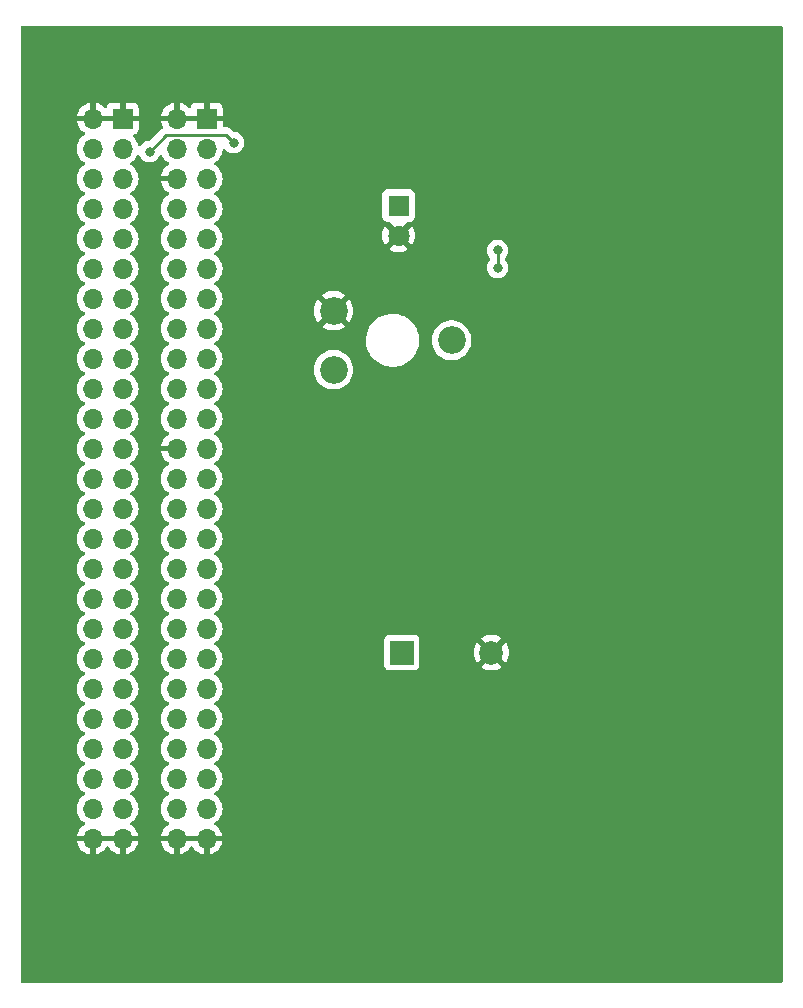
<source format=gbr>
%TF.GenerationSoftware,KiCad,Pcbnew,7.0.1*%
%TF.CreationDate,2023-06-06T22:13:03-06:00*%
%TF.ProjectId,CarSensor,43617253-656e-4736-9f72-2e6b69636164,rev?*%
%TF.SameCoordinates,Original*%
%TF.FileFunction,Copper,L2,Bot*%
%TF.FilePolarity,Positive*%
%FSLAX46Y46*%
G04 Gerber Fmt 4.6, Leading zero omitted, Abs format (unit mm)*
G04 Created by KiCad (PCBNEW 7.0.1) date 2023-06-06 22:13:03*
%MOMM*%
%LPD*%
G01*
G04 APERTURE LIST*
%TA.AperFunction,ComponentPad*%
%ADD10C,2.340000*%
%TD*%
%TA.AperFunction,ComponentPad*%
%ADD11R,1.700000X1.700000*%
%TD*%
%TA.AperFunction,ComponentPad*%
%ADD12O,1.700000X1.700000*%
%TD*%
%TA.AperFunction,ComponentPad*%
%ADD13C,1.800000*%
%TD*%
%TA.AperFunction,ComponentPad*%
%ADD14R,1.800000X1.800000*%
%TD*%
%TA.AperFunction,ComponentPad*%
%ADD15R,2.000000X2.000000*%
%TD*%
%TA.AperFunction,ComponentPad*%
%ADD16C,2.000000*%
%TD*%
%TA.AperFunction,ViaPad*%
%ADD17C,0.800000*%
%TD*%
%TA.AperFunction,Conductor*%
%ADD18C,0.250000*%
%TD*%
G04 APERTURE END LIST*
D10*
%TO.P,RV1,3,3*%
%TO.N,GND*%
X113618000Y-67579000D03*
%TO.P,RV1,2,2*%
%TO.N,Net-(U1-+)*%
X123618000Y-70079000D03*
%TO.P,RV1,1,1*%
%TO.N,VDD*%
X113618000Y-72579000D03*
%TD*%
D11*
%TO.P,P2,1,Pin_1*%
%TO.N,GND*%
X95758000Y-51308000D03*
D12*
%TO.P,P2,2,Pin_2*%
X93218000Y-51308000D03*
%TO.P,P2,3,Pin_3*%
%TO.N,VDD*%
X95758000Y-53848000D03*
%TO.P,P2,4,Pin_4*%
%TO.N,+5V*%
X93218000Y-53848000D03*
%TO.P,P2,5,Pin_5*%
%TO.N,+3V0*%
X95758000Y-56388000D03*
%TO.P,P2,6,Pin_6*%
X93218000Y-56388000D03*
%TO.P,P2,7,Pin_7*%
%TO.N,unconnected-(P2-Pin_7-Pad7)*%
X95758000Y-58928000D03*
%TO.P,P2,8,Pin_8*%
%TO.N,unconnected-(P2-Pin_8-Pad8)*%
X93218000Y-58928000D03*
%TO.P,P2,9,Pin_9*%
%TO.N,unconnected-(P2-Pin_9-Pad9)*%
X95758000Y-61468000D03*
%TO.P,P2,10,Pin_10*%
%TO.N,unconnected-(P2-Pin_10-Pad10)*%
X93218000Y-61468000D03*
%TO.P,P2,11,Pin_11*%
%TO.N,unconnected-(P2-Pin_11-Pad11)*%
X95758000Y-64008000D03*
%TO.P,P2,12,Pin_12*%
%TO.N,unconnected-(P2-Pin_12-Pad12)*%
X93218000Y-64008000D03*
%TO.P,P2,13,Pin_13*%
%TO.N,unconnected-(P2-Pin_13-Pad13)*%
X95758000Y-66548000D03*
%TO.P,P2,14,Pin_14*%
%TO.N,unconnected-(P2-Pin_14-Pad14)*%
X93218000Y-66548000D03*
%TO.P,P2,15,Pin_15*%
%TO.N,unconnected-(P2-Pin_15-Pad15)*%
X95758000Y-69088000D03*
%TO.P,P2,16,Pin_16*%
%TO.N,unconnected-(P2-Pin_16-Pad16)*%
X93218000Y-69088000D03*
%TO.P,P2,17,Pin_17*%
%TO.N,unconnected-(P2-Pin_17-Pad17)*%
X95758000Y-71628000D03*
%TO.P,P2,18,Pin_18*%
%TO.N,unconnected-(P2-Pin_18-Pad18)*%
X93218000Y-71628000D03*
%TO.P,P2,19,Pin_19*%
%TO.N,unconnected-(P2-Pin_19-Pad19)*%
X95758000Y-74168000D03*
%TO.P,P2,20,Pin_20*%
%TO.N,unconnected-(P2-Pin_20-Pad20)*%
X93218000Y-74168000D03*
%TO.P,P2,21,Pin_21*%
%TO.N,unconnected-(P2-Pin_21-Pad21)*%
X95758000Y-76708000D03*
%TO.P,P2,22,Pin_22*%
%TO.N,unconnected-(P2-Pin_22-Pad22)*%
X93218000Y-76708000D03*
%TO.P,P2,23,Pin_23*%
%TO.N,unconnected-(P2-Pin_23-Pad23)*%
X95758000Y-79248000D03*
%TO.P,P2,24,Pin_24*%
%TO.N,unconnected-(P2-Pin_24-Pad24)*%
X93218000Y-79248000D03*
%TO.P,P2,25,Pin_25*%
%TO.N,unconnected-(P2-Pin_25-Pad25)*%
X95758000Y-81788000D03*
%TO.P,P2,26,Pin_26*%
%TO.N,unconnected-(P2-Pin_26-Pad26)*%
X93218000Y-81788000D03*
%TO.P,P2,27,Pin_27*%
%TO.N,unconnected-(P2-Pin_27-Pad27)*%
X95758000Y-84328000D03*
%TO.P,P2,28,Pin_28*%
%TO.N,unconnected-(P2-Pin_28-Pad28)*%
X93218000Y-84328000D03*
%TO.P,P2,29,Pin_29*%
%TO.N,unconnected-(P2-Pin_29-Pad29)*%
X95758000Y-86868000D03*
%TO.P,P2,30,Pin_30*%
%TO.N,unconnected-(P2-Pin_30-Pad30)*%
X93218000Y-86868000D03*
%TO.P,P2,31,Pin_31*%
%TO.N,unconnected-(P2-Pin_31-Pad31)*%
X95758000Y-89408000D03*
%TO.P,P2,32,Pin_32*%
%TO.N,unconnected-(P2-Pin_32-Pad32)*%
X93218000Y-89408000D03*
%TO.P,P2,33,Pin_33*%
%TO.N,unconnected-(P2-Pin_33-Pad33)*%
X95758000Y-91948000D03*
%TO.P,P2,34,Pin_34*%
%TO.N,unconnected-(P2-Pin_34-Pad34)*%
X93218000Y-91948000D03*
%TO.P,P2,35,Pin_35*%
%TO.N,unconnected-(P2-Pin_35-Pad35)*%
X95758000Y-94488000D03*
%TO.P,P2,36,Pin_36*%
%TO.N,unconnected-(P2-Pin_36-Pad36)*%
X93218000Y-94488000D03*
%TO.P,P2,37,Pin_37*%
%TO.N,unconnected-(P2-Pin_37-Pad37)*%
X95758000Y-97028000D03*
%TO.P,P2,38,Pin_38*%
%TO.N,unconnected-(P2-Pin_38-Pad38)*%
X93218000Y-97028000D03*
%TO.P,P2,39,Pin_39*%
%TO.N,unconnected-(P2-Pin_39-Pad39)*%
X95758000Y-99568000D03*
%TO.P,P2,40,Pin_40*%
%TO.N,unconnected-(P2-Pin_40-Pad40)*%
X93218000Y-99568000D03*
%TO.P,P2,41,Pin_41*%
%TO.N,unconnected-(P2-Pin_41-Pad41)*%
X95758000Y-102108000D03*
%TO.P,P2,42,Pin_42*%
%TO.N,unconnected-(P2-Pin_42-Pad42)*%
X93218000Y-102108000D03*
%TO.P,P2,43,Pin_43*%
%TO.N,unconnected-(P2-Pin_43-Pad43)*%
X95758000Y-104648000D03*
%TO.P,P2,44,Pin_44*%
%TO.N,unconnected-(P2-Pin_44-Pad44)*%
X93218000Y-104648000D03*
%TO.P,P2,45,Pin_45*%
%TO.N,unconnected-(P2-Pin_45-Pad45)*%
X95758000Y-107188000D03*
%TO.P,P2,46,Pin_46*%
%TO.N,unconnected-(P2-Pin_46-Pad46)*%
X93218000Y-107188000D03*
%TO.P,P2,47,Pin_47*%
%TO.N,unconnected-(P2-Pin_47-Pad47)*%
X95758000Y-109728000D03*
%TO.P,P2,48,Pin_48*%
%TO.N,unconnected-(P2-Pin_48-Pad48)*%
X93218000Y-109728000D03*
%TO.P,P2,49,Pin_49*%
%TO.N,GND*%
X95758000Y-112268000D03*
%TO.P,P2,50,Pin_50*%
X93218000Y-112268000D03*
%TD*%
D11*
%TO.P,P1,1,Pin_1*%
%TO.N,GND*%
X102870000Y-51308000D03*
D12*
%TO.P,P1,2,Pin_2*%
X100330000Y-51308000D03*
%TO.P,P1,3,Pin_3*%
%TO.N,unconnected-(P1-Pin_3-Pad3)*%
X102870000Y-53848000D03*
%TO.P,P1,4,Pin_4*%
%TO.N,unconnected-(P1-Pin_4-Pad4)*%
X100330000Y-53848000D03*
%TO.P,P1,5,Pin_5*%
%TO.N,unconnected-(P1-Pin_5-Pad5)*%
X102870000Y-56388000D03*
%TO.P,P1,6,Pin_6*%
%TO.N,GND*%
X100330000Y-56388000D03*
%TO.P,P1,7,Pin_7*%
%TO.N,unconnected-(P1-Pin_7-Pad7)*%
X102870000Y-58928000D03*
%TO.P,P1,8,Pin_8*%
%TO.N,unconnected-(P1-Pin_8-Pad8)*%
X100330000Y-58928000D03*
%TO.P,P1,9,Pin_9*%
%TO.N,unconnected-(P1-Pin_9-Pad9)*%
X102870000Y-61468000D03*
%TO.P,P1,10,Pin_10*%
%TO.N,IR_OUTPUT*%
X100330000Y-61468000D03*
%TO.P,P1,11,Pin_11*%
%TO.N,unconnected-(P1-Pin_11-Pad11)*%
X102870000Y-64008000D03*
%TO.P,P1,12,Pin_12*%
%TO.N,unconnected-(P1-Pin_12-Pad12)*%
X100330000Y-64008000D03*
%TO.P,P1,13,Pin_13*%
%TO.N,unconnected-(P1-Pin_13-Pad13)*%
X102870000Y-66548000D03*
%TO.P,P1,14,Pin_14*%
%TO.N,unconnected-(P1-Pin_14-Pad14)*%
X100330000Y-66548000D03*
%TO.P,P1,15,Pin_15*%
%TO.N,unconnected-(P1-Pin_15-Pad15)*%
X102870000Y-69088000D03*
%TO.P,P1,16,Pin_16*%
%TO.N,unconnected-(P1-Pin_16-Pad16)*%
X100330000Y-69088000D03*
%TO.P,P1,17,Pin_17*%
%TO.N,unconnected-(P1-Pin_17-Pad17)*%
X102870000Y-71628000D03*
%TO.P,P1,18,Pin_18*%
%TO.N,unconnected-(P1-Pin_18-Pad18)*%
X100330000Y-71628000D03*
%TO.P,P1,19,Pin_19*%
%TO.N,unconnected-(P1-Pin_19-Pad19)*%
X102870000Y-74168000D03*
%TO.P,P1,20,Pin_20*%
%TO.N,unconnected-(P1-Pin_20-Pad20)*%
X100330000Y-74168000D03*
%TO.P,P1,21,Pin_21*%
%TO.N,unconnected-(P1-Pin_21-Pad21)*%
X102870000Y-76708000D03*
%TO.P,P1,22,Pin_22*%
%TO.N,unconnected-(P1-Pin_22-Pad22)*%
X100330000Y-76708000D03*
%TO.P,P1,23,Pin_23*%
%TO.N,unconnected-(P1-Pin_23-Pad23)*%
X102870000Y-79248000D03*
%TO.P,P1,24,Pin_24*%
%TO.N,GND*%
X100330000Y-79248000D03*
%TO.P,P1,25,Pin_25*%
%TO.N,unconnected-(P1-Pin_25-Pad25)*%
X102870000Y-81788000D03*
%TO.P,P1,26,Pin_26*%
%TO.N,unconnected-(P1-Pin_26-Pad26)*%
X100330000Y-81788000D03*
%TO.P,P1,27,Pin_27*%
%TO.N,unconnected-(P1-Pin_27-Pad27)*%
X102870000Y-84328000D03*
%TO.P,P1,28,Pin_28*%
%TO.N,unconnected-(P1-Pin_28-Pad28)*%
X100330000Y-84328000D03*
%TO.P,P1,29,Pin_29*%
%TO.N,unconnected-(P1-Pin_29-Pad29)*%
X102870000Y-86868000D03*
%TO.P,P1,30,Pin_30*%
%TO.N,unconnected-(P1-Pin_30-Pad30)*%
X100330000Y-86868000D03*
%TO.P,P1,31,Pin_31*%
%TO.N,unconnected-(P1-Pin_31-Pad31)*%
X102870000Y-89408000D03*
%TO.P,P1,32,Pin_32*%
%TO.N,unconnected-(P1-Pin_32-Pad32)*%
X100330000Y-89408000D03*
%TO.P,P1,33,Pin_33*%
%TO.N,unconnected-(P1-Pin_33-Pad33)*%
X102870000Y-91948000D03*
%TO.P,P1,34,Pin_34*%
%TO.N,unconnected-(P1-Pin_34-Pad34)*%
X100330000Y-91948000D03*
%TO.P,P1,35,Pin_35*%
%TO.N,unconnected-(P1-Pin_35-Pad35)*%
X102870000Y-94488000D03*
%TO.P,P1,36,Pin_36*%
%TO.N,unconnected-(P1-Pin_36-Pad36)*%
X100330000Y-94488000D03*
%TO.P,P1,37,Pin_37*%
%TO.N,unconnected-(P1-Pin_37-Pad37)*%
X102870000Y-97028000D03*
%TO.P,P1,38,Pin_38*%
%TO.N,unconnected-(P1-Pin_38-Pad38)*%
X100330000Y-97028000D03*
%TO.P,P1,39,Pin_39*%
%TO.N,unconnected-(P1-Pin_39-Pad39)*%
X102870000Y-99568000D03*
%TO.P,P1,40,Pin_40*%
%TO.N,unconnected-(P1-Pin_40-Pad40)*%
X100330000Y-99568000D03*
%TO.P,P1,41,Pin_41*%
%TO.N,unconnected-(P1-Pin_41-Pad41)*%
X102870000Y-102108000D03*
%TO.P,P1,42,Pin_42*%
%TO.N,unconnected-(P1-Pin_42-Pad42)*%
X100330000Y-102108000D03*
%TO.P,P1,43,Pin_43*%
%TO.N,unconnected-(P1-Pin_43-Pad43)*%
X102870000Y-104648000D03*
%TO.P,P1,44,Pin_44*%
%TO.N,Buzzer*%
X100330000Y-104648000D03*
%TO.P,P1,45,Pin_45*%
%TO.N,unconnected-(P1-Pin_45-Pad45)*%
X102870000Y-107188000D03*
%TO.P,P1,46,Pin_46*%
%TO.N,unconnected-(P1-Pin_46-Pad46)*%
X100330000Y-107188000D03*
%TO.P,P1,47,Pin_47*%
%TO.N,unconnected-(P1-Pin_47-Pad47)*%
X102870000Y-109728000D03*
%TO.P,P1,48,Pin_48*%
%TO.N,unconnected-(P1-Pin_48-Pad48)*%
X100330000Y-109728000D03*
%TO.P,P1,49,Pin_49*%
%TO.N,GND*%
X102870000Y-112268000D03*
%TO.P,P1,50,Pin_50*%
X100330000Y-112268000D03*
%TD*%
D13*
%TO.P,D2,2,A*%
%TO.N,GND*%
X119126000Y-61214000D03*
D14*
%TO.P,D2,1,K*%
%TO.N,Net-(D2-K)*%
X119126000Y-58674000D03*
%TD*%
D15*
%TO.P,BZ1,1,-*%
%TO.N,Buzzer*%
X119390000Y-96520000D03*
D16*
%TO.P,BZ1,2,+*%
%TO.N,GND*%
X126990000Y-96520000D03*
%TD*%
D17*
%TO.N,GND*%
X131064000Y-96520000D03*
X147320000Y-57912000D03*
%TO.N,Net-(U1-+)*%
X127508000Y-62480500D03*
X127508000Y-63929500D03*
%TO.N,VDD*%
X98044000Y-54102000D03*
X105156000Y-53340000D03*
%TO.N,GND*%
X91440000Y-115062000D03*
X97536000Y-114808000D03*
X104648000Y-114808000D03*
X98552000Y-114808000D03*
X98044000Y-79248000D03*
X98044000Y-56134000D03*
X104648000Y-49022000D03*
X98552000Y-49022000D03*
X97536000Y-49022000D03*
X91440000Y-49022000D03*
X121158000Y-63754000D03*
X136906000Y-69088000D03*
X112014000Y-62992000D03*
X111252000Y-67564000D03*
%TD*%
D18*
%TO.N,Net-(U1-+)*%
X127508000Y-63929500D02*
X127508000Y-62480500D01*
%TO.N,VDD*%
X99473000Y-52673000D02*
X98044000Y-54102000D01*
X104489000Y-52673000D02*
X99473000Y-52673000D01*
X105156000Y-53340000D02*
X104489000Y-52673000D01*
%TD*%
%TA.AperFunction,Conductor*%
%TO.N,GND*%
G36*
X151575500Y-43451113D02*
G01*
X151620887Y-43496500D01*
X151637500Y-43558500D01*
X151637500Y-124335500D01*
X151620887Y-124397500D01*
X151575500Y-124442887D01*
X151513500Y-124459500D01*
X87246500Y-124459500D01*
X87184500Y-124442887D01*
X87139113Y-124397500D01*
X87122500Y-124335500D01*
X87122500Y-112518000D01*
X91887364Y-112518000D01*
X91944569Y-112731492D01*
X92044399Y-112945576D01*
X92179893Y-113139081D01*
X92346918Y-113306106D01*
X92540423Y-113441600D01*
X92754507Y-113541430D01*
X92967999Y-113598635D01*
X92968000Y-113598636D01*
X92968000Y-112518000D01*
X93468000Y-112518000D01*
X93468000Y-113598635D01*
X93681492Y-113541430D01*
X93895576Y-113441600D01*
X94089081Y-113306106D01*
X94256106Y-113139081D01*
X94386425Y-112952968D01*
X94430743Y-112914103D01*
X94488000Y-112900092D01*
X94545257Y-112914103D01*
X94589575Y-112952968D01*
X94719893Y-113139081D01*
X94886918Y-113306106D01*
X95080423Y-113441600D01*
X95294507Y-113541430D01*
X95507999Y-113598635D01*
X95508000Y-113598636D01*
X95508000Y-112518000D01*
X96008000Y-112518000D01*
X96008000Y-113598635D01*
X96221492Y-113541430D01*
X96435576Y-113441600D01*
X96629081Y-113306106D01*
X96796106Y-113139081D01*
X96931600Y-112945576D01*
X97031430Y-112731492D01*
X97088636Y-112518000D01*
X98999364Y-112518000D01*
X99056569Y-112731492D01*
X99156399Y-112945576D01*
X99291893Y-113139081D01*
X99458918Y-113306106D01*
X99652423Y-113441600D01*
X99866507Y-113541430D01*
X100079999Y-113598635D01*
X100080000Y-113598636D01*
X100080000Y-112518000D01*
X100580000Y-112518000D01*
X100580000Y-113598635D01*
X100793492Y-113541430D01*
X101007576Y-113441600D01*
X101201081Y-113306106D01*
X101368106Y-113139081D01*
X101498425Y-112952968D01*
X101542743Y-112914103D01*
X101600000Y-112900092D01*
X101657257Y-112914103D01*
X101701575Y-112952968D01*
X101831893Y-113139081D01*
X101998918Y-113306106D01*
X102192423Y-113441600D01*
X102406507Y-113541430D01*
X102619999Y-113598635D01*
X102620000Y-113598636D01*
X102620000Y-112518000D01*
X103120000Y-112518000D01*
X103120000Y-113598635D01*
X103333492Y-113541430D01*
X103547576Y-113441600D01*
X103741081Y-113306106D01*
X103908106Y-113139081D01*
X104043600Y-112945576D01*
X104143430Y-112731492D01*
X104200636Y-112518000D01*
X103120000Y-112518000D01*
X102620000Y-112518000D01*
X100580000Y-112518000D01*
X100080000Y-112518000D01*
X98999364Y-112518000D01*
X97088636Y-112518000D01*
X96008000Y-112518000D01*
X95508000Y-112518000D01*
X93468000Y-112518000D01*
X92968000Y-112518000D01*
X91887364Y-112518000D01*
X87122500Y-112518000D01*
X87122500Y-109728000D01*
X91862340Y-109728000D01*
X91882936Y-109963407D01*
X91927709Y-110130501D01*
X91944097Y-110191663D01*
X92043965Y-110405830D01*
X92179505Y-110599401D01*
X92346599Y-110766495D01*
X92532597Y-110896732D01*
X92571460Y-110941048D01*
X92585471Y-110998305D01*
X92571461Y-111055561D01*
X92532595Y-111099880D01*
X92346919Y-111229892D01*
X92179890Y-111396921D01*
X92044400Y-111590421D01*
X91944569Y-111804507D01*
X91887364Y-112017999D01*
X91887364Y-112018000D01*
X97088636Y-112018000D01*
X97088635Y-112017999D01*
X97031430Y-111804507D01*
X96931599Y-111590421D01*
X96796109Y-111396921D01*
X96629081Y-111229893D01*
X96443404Y-111099880D01*
X96404539Y-111055562D01*
X96390528Y-110998305D01*
X96404539Y-110941048D01*
X96443402Y-110896732D01*
X96629401Y-110766495D01*
X96796495Y-110599401D01*
X96932035Y-110405830D01*
X97031903Y-110191663D01*
X97093063Y-109963408D01*
X97113659Y-109728000D01*
X97093063Y-109492592D01*
X97031903Y-109264337D01*
X96932035Y-109050171D01*
X96796495Y-108856599D01*
X96629401Y-108689505D01*
X96443839Y-108559573D01*
X96404975Y-108515257D01*
X96390964Y-108458000D01*
X96404975Y-108400743D01*
X96443839Y-108356426D01*
X96629401Y-108226495D01*
X96796495Y-108059401D01*
X96932035Y-107865830D01*
X97031903Y-107651663D01*
X97093063Y-107423408D01*
X97113659Y-107188000D01*
X97093063Y-106952592D01*
X97031903Y-106724337D01*
X96932035Y-106510171D01*
X96796495Y-106316599D01*
X96629401Y-106149505D01*
X96443839Y-106019573D01*
X96404974Y-105975255D01*
X96390964Y-105917999D01*
X96404975Y-105860742D01*
X96443837Y-105816428D01*
X96629401Y-105686495D01*
X96796495Y-105519401D01*
X96932035Y-105325830D01*
X97031903Y-105111663D01*
X97093063Y-104883408D01*
X97113659Y-104648000D01*
X97093063Y-104412592D01*
X97031903Y-104184337D01*
X96932035Y-103970171D01*
X96796495Y-103776599D01*
X96629401Y-103609505D01*
X96443839Y-103479573D01*
X96404975Y-103435257D01*
X96390964Y-103378000D01*
X96404975Y-103320743D01*
X96443839Y-103276426D01*
X96629401Y-103146495D01*
X96796495Y-102979401D01*
X96932035Y-102785830D01*
X97031903Y-102571663D01*
X97093063Y-102343408D01*
X97113659Y-102108000D01*
X97093063Y-101872592D01*
X97031903Y-101644337D01*
X96932035Y-101430171D01*
X96796495Y-101236599D01*
X96629401Y-101069505D01*
X96443839Y-100939573D01*
X96404975Y-100895257D01*
X96390964Y-100838000D01*
X96404975Y-100780743D01*
X96443839Y-100736426D01*
X96629401Y-100606495D01*
X96796495Y-100439401D01*
X96932035Y-100245830D01*
X97031903Y-100031663D01*
X97093063Y-99803408D01*
X97113659Y-99568000D01*
X97093063Y-99332592D01*
X97031903Y-99104337D01*
X96932035Y-98890171D01*
X96796495Y-98696599D01*
X96629401Y-98529505D01*
X96443839Y-98399573D01*
X96404975Y-98355257D01*
X96390964Y-98298000D01*
X96404975Y-98240743D01*
X96443839Y-98196426D01*
X96629401Y-98066495D01*
X96796495Y-97899401D01*
X96932035Y-97705830D01*
X97031903Y-97491663D01*
X97093063Y-97263408D01*
X97113659Y-97028000D01*
X97093063Y-96792592D01*
X97031903Y-96564337D01*
X96932035Y-96350171D01*
X96796495Y-96156599D01*
X96629401Y-95989505D01*
X96443839Y-95859573D01*
X96404974Y-95815255D01*
X96390964Y-95757999D01*
X96404975Y-95700742D01*
X96443837Y-95656428D01*
X96629401Y-95526495D01*
X96796495Y-95359401D01*
X96932035Y-95165830D01*
X97031903Y-94951663D01*
X97093063Y-94723408D01*
X97113659Y-94488000D01*
X97093063Y-94252592D01*
X97031903Y-94024337D01*
X96932035Y-93810171D01*
X96796495Y-93616599D01*
X96629401Y-93449505D01*
X96443839Y-93319573D01*
X96404975Y-93275257D01*
X96390964Y-93218000D01*
X96404975Y-93160743D01*
X96443839Y-93116426D01*
X96629401Y-92986495D01*
X96796495Y-92819401D01*
X96932035Y-92625830D01*
X97031903Y-92411663D01*
X97093063Y-92183408D01*
X97113659Y-91948000D01*
X97093063Y-91712592D01*
X97031903Y-91484337D01*
X96932035Y-91270171D01*
X96796495Y-91076599D01*
X96629401Y-90909505D01*
X96443839Y-90779573D01*
X96404976Y-90735257D01*
X96390965Y-90678000D01*
X96404976Y-90620743D01*
X96443839Y-90576426D01*
X96629401Y-90446495D01*
X96796495Y-90279401D01*
X96932035Y-90085830D01*
X97031903Y-89871663D01*
X97093063Y-89643408D01*
X97113659Y-89408000D01*
X97093063Y-89172592D01*
X97031903Y-88944337D01*
X96932035Y-88730171D01*
X96796495Y-88536599D01*
X96629401Y-88369505D01*
X96443839Y-88239573D01*
X96404975Y-88195257D01*
X96390964Y-88138000D01*
X96404975Y-88080743D01*
X96443839Y-88036426D01*
X96629401Y-87906495D01*
X96796495Y-87739401D01*
X96932035Y-87545830D01*
X97031903Y-87331663D01*
X97093063Y-87103408D01*
X97113659Y-86868000D01*
X97093063Y-86632592D01*
X97031903Y-86404337D01*
X96932035Y-86190171D01*
X96796495Y-85996599D01*
X96629401Y-85829505D01*
X96443839Y-85699573D01*
X96404975Y-85655257D01*
X96390964Y-85598000D01*
X96404975Y-85540743D01*
X96443839Y-85496426D01*
X96629401Y-85366495D01*
X96796495Y-85199401D01*
X96932035Y-85005830D01*
X97031903Y-84791663D01*
X97093063Y-84563408D01*
X97113659Y-84328000D01*
X97093063Y-84092592D01*
X97031903Y-83864337D01*
X96932035Y-83650171D01*
X96796495Y-83456599D01*
X96629401Y-83289505D01*
X96443839Y-83159573D01*
X96404975Y-83115257D01*
X96390964Y-83058000D01*
X96404975Y-83000743D01*
X96443839Y-82956426D01*
X96629401Y-82826495D01*
X96796495Y-82659401D01*
X96932035Y-82465830D01*
X97031903Y-82251663D01*
X97093063Y-82023408D01*
X97113659Y-81788000D01*
X97093063Y-81552592D01*
X97031903Y-81324337D01*
X96932035Y-81110171D01*
X96796495Y-80916599D01*
X96629401Y-80749505D01*
X96443839Y-80619573D01*
X96404975Y-80575257D01*
X96390964Y-80518000D01*
X96404975Y-80460743D01*
X96443839Y-80416426D01*
X96629401Y-80286495D01*
X96796495Y-80119401D01*
X96932035Y-79925830D01*
X97031903Y-79711663D01*
X97093063Y-79483408D01*
X97113659Y-79248000D01*
X97093063Y-79012592D01*
X97031903Y-78784337D01*
X96932035Y-78570171D01*
X96796495Y-78376599D01*
X96629401Y-78209505D01*
X96443839Y-78079573D01*
X96404974Y-78035255D01*
X96390964Y-77977999D01*
X96404975Y-77920742D01*
X96443837Y-77876428D01*
X96629401Y-77746495D01*
X96796495Y-77579401D01*
X96932035Y-77385830D01*
X97031903Y-77171663D01*
X97093063Y-76943408D01*
X97113659Y-76708000D01*
X97093063Y-76472592D01*
X97031903Y-76244337D01*
X96932035Y-76030171D01*
X96796495Y-75836599D01*
X96629401Y-75669505D01*
X96443839Y-75539573D01*
X96404975Y-75495257D01*
X96390964Y-75438000D01*
X96404975Y-75380743D01*
X96443839Y-75336426D01*
X96629401Y-75206495D01*
X96796495Y-75039401D01*
X96932035Y-74845830D01*
X97031903Y-74631663D01*
X97093063Y-74403408D01*
X97113659Y-74168000D01*
X97093063Y-73932592D01*
X97031903Y-73704337D01*
X96932035Y-73490171D01*
X96796495Y-73296599D01*
X96629401Y-73129505D01*
X96443839Y-72999573D01*
X96404975Y-72955257D01*
X96390964Y-72898000D01*
X96404975Y-72840743D01*
X96443839Y-72796426D01*
X96629401Y-72666495D01*
X96796495Y-72499401D01*
X96932035Y-72305830D01*
X97031903Y-72091663D01*
X97093063Y-71863408D01*
X97113659Y-71628000D01*
X97093063Y-71392592D01*
X97031903Y-71164337D01*
X96932035Y-70950171D01*
X96796495Y-70756599D01*
X96629401Y-70589505D01*
X96443839Y-70459573D01*
X96404975Y-70415257D01*
X96390964Y-70358000D01*
X96404975Y-70300743D01*
X96443839Y-70256426D01*
X96629401Y-70126495D01*
X96796495Y-69959401D01*
X96932035Y-69765830D01*
X97031903Y-69551663D01*
X97093063Y-69323408D01*
X97113659Y-69088000D01*
X97093063Y-68852592D01*
X97031903Y-68624337D01*
X96932035Y-68410171D01*
X96796495Y-68216599D01*
X96629401Y-68049505D01*
X96443839Y-67919573D01*
X96404975Y-67875257D01*
X96390964Y-67818000D01*
X96404975Y-67760743D01*
X96443839Y-67716426D01*
X96629401Y-67586495D01*
X96796495Y-67419401D01*
X96932035Y-67225830D01*
X97031903Y-67011663D01*
X97093063Y-66783408D01*
X97113659Y-66548000D01*
X97093063Y-66312592D01*
X97031903Y-66084337D01*
X96932035Y-65870171D01*
X96796495Y-65676599D01*
X96629401Y-65509505D01*
X96443839Y-65379573D01*
X96404976Y-65335257D01*
X96390965Y-65278000D01*
X96404976Y-65220743D01*
X96443839Y-65176426D01*
X96629401Y-65046495D01*
X96796495Y-64879401D01*
X96932035Y-64685830D01*
X97031903Y-64471663D01*
X97093063Y-64243408D01*
X97113659Y-64008000D01*
X97093063Y-63772592D01*
X97031903Y-63544337D01*
X96932035Y-63330171D01*
X96796495Y-63136599D01*
X96629401Y-62969505D01*
X96443839Y-62839573D01*
X96404975Y-62795257D01*
X96390964Y-62738000D01*
X96404975Y-62680743D01*
X96443839Y-62636426D01*
X96629401Y-62506495D01*
X96796495Y-62339401D01*
X96932035Y-62145830D01*
X97031903Y-61931663D01*
X97093063Y-61703408D01*
X97113659Y-61468000D01*
X97093063Y-61232592D01*
X97031903Y-61004337D01*
X96932035Y-60790171D01*
X96796495Y-60596599D01*
X96629401Y-60429505D01*
X96443839Y-60299573D01*
X96404975Y-60255257D01*
X96390964Y-60198000D01*
X96404975Y-60140743D01*
X96443839Y-60096426D01*
X96629401Y-59966495D01*
X96796495Y-59799401D01*
X96932035Y-59605830D01*
X97031903Y-59391663D01*
X97093063Y-59163408D01*
X97113659Y-58928000D01*
X97093063Y-58692592D01*
X97031903Y-58464337D01*
X96932035Y-58250171D01*
X96796495Y-58056599D01*
X96629401Y-57889505D01*
X96443839Y-57759573D01*
X96404974Y-57715255D01*
X96390964Y-57657999D01*
X96404975Y-57600742D01*
X96443837Y-57556428D01*
X96629401Y-57426495D01*
X96796495Y-57259401D01*
X96932035Y-57065830D01*
X97031903Y-56851663D01*
X97093063Y-56623408D01*
X97113659Y-56388000D01*
X97093063Y-56152592D01*
X97031903Y-55924337D01*
X96932035Y-55710171D01*
X96796495Y-55516599D01*
X96629401Y-55349505D01*
X96443839Y-55219573D01*
X96404974Y-55175255D01*
X96390964Y-55117999D01*
X96404975Y-55060742D01*
X96443837Y-55016428D01*
X96629401Y-54886495D01*
X96796495Y-54719401D01*
X96932035Y-54525830D01*
X96977472Y-54428389D01*
X97014196Y-54382550D01*
X97067895Y-54358754D01*
X97126521Y-54362339D01*
X97176921Y-54392502D01*
X97207785Y-54442475D01*
X97216821Y-54470285D01*
X97311466Y-54634216D01*
X97438129Y-54774889D01*
X97591269Y-54886151D01*
X97764197Y-54963144D01*
X97949352Y-55002500D01*
X97949354Y-55002500D01*
X98138646Y-55002500D01*
X98138648Y-55002500D01*
X98262084Y-54976262D01*
X98323803Y-54963144D01*
X98496730Y-54886151D01*
X98649871Y-54774888D01*
X98776533Y-54634216D01*
X98871179Y-54470284D01*
X98880214Y-54442475D01*
X98911077Y-54392504D01*
X98961476Y-54362340D01*
X99020102Y-54358754D01*
X99073802Y-54382549D01*
X99110527Y-54428389D01*
X99117096Y-54442475D01*
X99155965Y-54525830D01*
X99291505Y-54719401D01*
X99458599Y-54886495D01*
X99644597Y-55016732D01*
X99683460Y-55061048D01*
X99697471Y-55118305D01*
X99683461Y-55175561D01*
X99644595Y-55219880D01*
X99458919Y-55349892D01*
X99291890Y-55516921D01*
X99156400Y-55710421D01*
X99056569Y-55924507D01*
X98999364Y-56137999D01*
X98999364Y-56138000D01*
X100456000Y-56138000D01*
X100518000Y-56154613D01*
X100563387Y-56200000D01*
X100580000Y-56262000D01*
X100580000Y-56514000D01*
X100563387Y-56576000D01*
X100518000Y-56621387D01*
X100456000Y-56638000D01*
X98999364Y-56638000D01*
X99056569Y-56851492D01*
X99156399Y-57065576D01*
X99291893Y-57259081D01*
X99458918Y-57426106D01*
X99644595Y-57556119D01*
X99683460Y-57600437D01*
X99697471Y-57657694D01*
X99683460Y-57714951D01*
X99644595Y-57759269D01*
X99458595Y-57889508D01*
X99291505Y-58056598D01*
X99155965Y-58250170D01*
X99056097Y-58464336D01*
X98994936Y-58692592D01*
X98974340Y-58927999D01*
X98994936Y-59163407D01*
X99039709Y-59330502D01*
X99056097Y-59391663D01*
X99155965Y-59605830D01*
X99291505Y-59799401D01*
X99458599Y-59966495D01*
X99644160Y-60096426D01*
X99683024Y-60140743D01*
X99697035Y-60198000D01*
X99683024Y-60255257D01*
X99644158Y-60299575D01*
X99477367Y-60416364D01*
X99458595Y-60429508D01*
X99291505Y-60596598D01*
X99155965Y-60790170D01*
X99056097Y-61004336D01*
X98994936Y-61232592D01*
X98974340Y-61468000D01*
X98994936Y-61703407D01*
X99022858Y-61807612D01*
X99056097Y-61931663D01*
X99155965Y-62145830D01*
X99291505Y-62339401D01*
X99458599Y-62506495D01*
X99644160Y-62636426D01*
X99683024Y-62680743D01*
X99697035Y-62738000D01*
X99683024Y-62795257D01*
X99644159Y-62839575D01*
X99458595Y-62969508D01*
X99291505Y-63136598D01*
X99155965Y-63330170D01*
X99056097Y-63544336D01*
X98994936Y-63772592D01*
X98974340Y-64008000D01*
X98994936Y-64243407D01*
X99039709Y-64410501D01*
X99056097Y-64471663D01*
X99155965Y-64685830D01*
X99291505Y-64879401D01*
X99458599Y-65046495D01*
X99644160Y-65176426D01*
X99683024Y-65220743D01*
X99697035Y-65278000D01*
X99683024Y-65335257D01*
X99644159Y-65379575D01*
X99458595Y-65509508D01*
X99291505Y-65676598D01*
X99155965Y-65870170D01*
X99056097Y-66084336D01*
X98994936Y-66312592D01*
X98974340Y-66548000D01*
X98994936Y-66783407D01*
X99013418Y-66852381D01*
X99056097Y-67011663D01*
X99155965Y-67225830D01*
X99291505Y-67419401D01*
X99458599Y-67586495D01*
X99644160Y-67716426D01*
X99683024Y-67760743D01*
X99697035Y-67818000D01*
X99683024Y-67875257D01*
X99644159Y-67919575D01*
X99458595Y-68049508D01*
X99291505Y-68216598D01*
X99155965Y-68410170D01*
X99056097Y-68624336D01*
X98994936Y-68852592D01*
X98974340Y-69088000D01*
X98994936Y-69323407D01*
X99018336Y-69410737D01*
X99056097Y-69551663D01*
X99155965Y-69765830D01*
X99291505Y-69959401D01*
X99458599Y-70126495D01*
X99644160Y-70256426D01*
X99683024Y-70300743D01*
X99697035Y-70358000D01*
X99683024Y-70415257D01*
X99644159Y-70459575D01*
X99458595Y-70589508D01*
X99291505Y-70756598D01*
X99155965Y-70950170D01*
X99056097Y-71164336D01*
X98994936Y-71392592D01*
X98974340Y-71627999D01*
X98994936Y-71863407D01*
X99015073Y-71938558D01*
X99056097Y-72091663D01*
X99155965Y-72305830D01*
X99291505Y-72499401D01*
X99458599Y-72666495D01*
X99644160Y-72796426D01*
X99683024Y-72840743D01*
X99697035Y-72898000D01*
X99683024Y-72955257D01*
X99644159Y-72999575D01*
X99458595Y-73129508D01*
X99291505Y-73296598D01*
X99155965Y-73490170D01*
X99056097Y-73704336D01*
X98994936Y-73932592D01*
X98974340Y-74168000D01*
X98994936Y-74403407D01*
X99039709Y-74570502D01*
X99056097Y-74631663D01*
X99155965Y-74845830D01*
X99291505Y-75039401D01*
X99458599Y-75206495D01*
X99644160Y-75336426D01*
X99683024Y-75380743D01*
X99697035Y-75438000D01*
X99683024Y-75495257D01*
X99644159Y-75539575D01*
X99458595Y-75669508D01*
X99291505Y-75836598D01*
X99155965Y-76030170D01*
X99056097Y-76244336D01*
X98994936Y-76472592D01*
X98974340Y-76707999D01*
X98994936Y-76943407D01*
X99039709Y-77110502D01*
X99056097Y-77171663D01*
X99155965Y-77385830D01*
X99291505Y-77579401D01*
X99458599Y-77746495D01*
X99644597Y-77876732D01*
X99683460Y-77921048D01*
X99697471Y-77978305D01*
X99683461Y-78035561D01*
X99644595Y-78079880D01*
X99458919Y-78209892D01*
X99291890Y-78376921D01*
X99156400Y-78570421D01*
X99056569Y-78784507D01*
X98999364Y-78997999D01*
X98999364Y-78998000D01*
X100456000Y-78998000D01*
X100518000Y-79014613D01*
X100563387Y-79060000D01*
X100580000Y-79122000D01*
X100580000Y-79374000D01*
X100563387Y-79436000D01*
X100518000Y-79481387D01*
X100456000Y-79498000D01*
X98999364Y-79498000D01*
X99056569Y-79711492D01*
X99156399Y-79925576D01*
X99291893Y-80119081D01*
X99458918Y-80286106D01*
X99644595Y-80416119D01*
X99683460Y-80460437D01*
X99697471Y-80517694D01*
X99683460Y-80574951D01*
X99644595Y-80619269D01*
X99458595Y-80749508D01*
X99291505Y-80916598D01*
X99155965Y-81110170D01*
X99056097Y-81324336D01*
X98994936Y-81552592D01*
X98974340Y-81787999D01*
X98994936Y-82023407D01*
X99039709Y-82190502D01*
X99056097Y-82251663D01*
X99155965Y-82465830D01*
X99291505Y-82659401D01*
X99458599Y-82826495D01*
X99644160Y-82956426D01*
X99683024Y-83000743D01*
X99697035Y-83058000D01*
X99683024Y-83115257D01*
X99644159Y-83159575D01*
X99458595Y-83289508D01*
X99291505Y-83456598D01*
X99155965Y-83650170D01*
X99056097Y-83864336D01*
X98994936Y-84092592D01*
X98974340Y-84328000D01*
X98994936Y-84563407D01*
X99039709Y-84730502D01*
X99056097Y-84791663D01*
X99155965Y-85005830D01*
X99291505Y-85199401D01*
X99458599Y-85366495D01*
X99644160Y-85496426D01*
X99683024Y-85540743D01*
X99697035Y-85598000D01*
X99683024Y-85655257D01*
X99644159Y-85699575D01*
X99458595Y-85829508D01*
X99291505Y-85996598D01*
X99155965Y-86190170D01*
X99056097Y-86404336D01*
X98994936Y-86632592D01*
X98974340Y-86867999D01*
X98994936Y-87103407D01*
X99039709Y-87270502D01*
X99056097Y-87331663D01*
X99155965Y-87545830D01*
X99291505Y-87739401D01*
X99458599Y-87906495D01*
X99644160Y-88036426D01*
X99683024Y-88080743D01*
X99697035Y-88138000D01*
X99683024Y-88195257D01*
X99644159Y-88239575D01*
X99458595Y-88369508D01*
X99291505Y-88536598D01*
X99155965Y-88730170D01*
X99056097Y-88944336D01*
X98994936Y-89172592D01*
X98974340Y-89408000D01*
X98994936Y-89643407D01*
X99039709Y-89810502D01*
X99056097Y-89871663D01*
X99155965Y-90085830D01*
X99291505Y-90279401D01*
X99458599Y-90446495D01*
X99644160Y-90576426D01*
X99683024Y-90620743D01*
X99697035Y-90678000D01*
X99683024Y-90735257D01*
X99644159Y-90779575D01*
X99458595Y-90909508D01*
X99291505Y-91076598D01*
X99155965Y-91270170D01*
X99056097Y-91484336D01*
X98994936Y-91712592D01*
X98974340Y-91947999D01*
X98994936Y-92183407D01*
X99039709Y-92350502D01*
X99056097Y-92411663D01*
X99155965Y-92625830D01*
X99291505Y-92819401D01*
X99458599Y-92986495D01*
X99644160Y-93116426D01*
X99683024Y-93160743D01*
X99697035Y-93218000D01*
X99683024Y-93275257D01*
X99644159Y-93319575D01*
X99458595Y-93449508D01*
X99291505Y-93616598D01*
X99155965Y-93810170D01*
X99056097Y-94024336D01*
X98994936Y-94252592D01*
X98974340Y-94487999D01*
X98994936Y-94723407D01*
X99039709Y-94890501D01*
X99056097Y-94951663D01*
X99155965Y-95165830D01*
X99291505Y-95359401D01*
X99458599Y-95526495D01*
X99644160Y-95656426D01*
X99683024Y-95700743D01*
X99697035Y-95758000D01*
X99683024Y-95815257D01*
X99644159Y-95859575D01*
X99458595Y-95989508D01*
X99291505Y-96156598D01*
X99155965Y-96350170D01*
X99056097Y-96564336D01*
X98994936Y-96792592D01*
X98974340Y-97028000D01*
X98994936Y-97263407D01*
X99028825Y-97389882D01*
X99056097Y-97491663D01*
X99155965Y-97705830D01*
X99291505Y-97899401D01*
X99458599Y-98066495D01*
X99644160Y-98196426D01*
X99683024Y-98240743D01*
X99697035Y-98298000D01*
X99683024Y-98355257D01*
X99644159Y-98399575D01*
X99458595Y-98529508D01*
X99291505Y-98696598D01*
X99155965Y-98890170D01*
X99056097Y-99104336D01*
X98994936Y-99332592D01*
X98974340Y-99567999D01*
X98994936Y-99803407D01*
X99039709Y-99970501D01*
X99056097Y-100031663D01*
X99155965Y-100245830D01*
X99291505Y-100439401D01*
X99458599Y-100606495D01*
X99644160Y-100736426D01*
X99683024Y-100780743D01*
X99697035Y-100838000D01*
X99683024Y-100895257D01*
X99644159Y-100939575D01*
X99458595Y-101069508D01*
X99291505Y-101236598D01*
X99155965Y-101430170D01*
X99056097Y-101644336D01*
X98994936Y-101872592D01*
X98974340Y-102108000D01*
X98994936Y-102343407D01*
X99039709Y-102510501D01*
X99056097Y-102571663D01*
X99155965Y-102785830D01*
X99291505Y-102979401D01*
X99458599Y-103146495D01*
X99644160Y-103276426D01*
X99683024Y-103320743D01*
X99697035Y-103378000D01*
X99683024Y-103435257D01*
X99644159Y-103479575D01*
X99458595Y-103609508D01*
X99291505Y-103776598D01*
X99155965Y-103970170D01*
X99056097Y-104184336D01*
X98994936Y-104412592D01*
X98974340Y-104647999D01*
X98994936Y-104883407D01*
X99039709Y-105050501D01*
X99056097Y-105111663D01*
X99155965Y-105325830D01*
X99291505Y-105519401D01*
X99458599Y-105686495D01*
X99644160Y-105816426D01*
X99683024Y-105860743D01*
X99697035Y-105918000D01*
X99683024Y-105975257D01*
X99644159Y-106019575D01*
X99458595Y-106149508D01*
X99291505Y-106316598D01*
X99155965Y-106510170D01*
X99056097Y-106724336D01*
X98994936Y-106952592D01*
X98974340Y-107188000D01*
X98994936Y-107423407D01*
X99039709Y-107590501D01*
X99056097Y-107651663D01*
X99155965Y-107865830D01*
X99291505Y-108059401D01*
X99458599Y-108226495D01*
X99644160Y-108356426D01*
X99683024Y-108400743D01*
X99697035Y-108458000D01*
X99683024Y-108515257D01*
X99644159Y-108559575D01*
X99458595Y-108689508D01*
X99291505Y-108856598D01*
X99155965Y-109050170D01*
X99056097Y-109264336D01*
X98994936Y-109492592D01*
X98974340Y-109728000D01*
X98994936Y-109963407D01*
X99039709Y-110130501D01*
X99056097Y-110191663D01*
X99155965Y-110405830D01*
X99291505Y-110599401D01*
X99458599Y-110766495D01*
X99644597Y-110896732D01*
X99683460Y-110941048D01*
X99697471Y-110998305D01*
X99683461Y-111055561D01*
X99644595Y-111099880D01*
X99458919Y-111229892D01*
X99291890Y-111396921D01*
X99156400Y-111590421D01*
X99056569Y-111804507D01*
X98999364Y-112017999D01*
X98999364Y-112018000D01*
X104200636Y-112018000D01*
X104200635Y-112017999D01*
X104143430Y-111804507D01*
X104043599Y-111590421D01*
X103908109Y-111396921D01*
X103741081Y-111229893D01*
X103555404Y-111099880D01*
X103516539Y-111055562D01*
X103502528Y-110998305D01*
X103516539Y-110941048D01*
X103555402Y-110896732D01*
X103741401Y-110766495D01*
X103908495Y-110599401D01*
X104044035Y-110405830D01*
X104143903Y-110191663D01*
X104205063Y-109963408D01*
X104225659Y-109728000D01*
X104205063Y-109492592D01*
X104143903Y-109264337D01*
X104044035Y-109050171D01*
X103908495Y-108856599D01*
X103741401Y-108689505D01*
X103555839Y-108559573D01*
X103516975Y-108515257D01*
X103502964Y-108458000D01*
X103516975Y-108400743D01*
X103555839Y-108356426D01*
X103741401Y-108226495D01*
X103908495Y-108059401D01*
X104044035Y-107865830D01*
X104143903Y-107651663D01*
X104205063Y-107423408D01*
X104225659Y-107188000D01*
X104205063Y-106952592D01*
X104143903Y-106724337D01*
X104044035Y-106510171D01*
X103908495Y-106316599D01*
X103741401Y-106149505D01*
X103555839Y-106019573D01*
X103516974Y-105975255D01*
X103502964Y-105917999D01*
X103516975Y-105860742D01*
X103555837Y-105816428D01*
X103741401Y-105686495D01*
X103908495Y-105519401D01*
X104044035Y-105325830D01*
X104143903Y-105111663D01*
X104205063Y-104883408D01*
X104225659Y-104648000D01*
X104205063Y-104412592D01*
X104143903Y-104184337D01*
X104044035Y-103970171D01*
X103908495Y-103776599D01*
X103741401Y-103609505D01*
X103555839Y-103479573D01*
X103516975Y-103435257D01*
X103502964Y-103378000D01*
X103516975Y-103320743D01*
X103555839Y-103276426D01*
X103741401Y-103146495D01*
X103908495Y-102979401D01*
X104044035Y-102785830D01*
X104143903Y-102571663D01*
X104205063Y-102343408D01*
X104225659Y-102108000D01*
X104205063Y-101872592D01*
X104143903Y-101644337D01*
X104044035Y-101430171D01*
X103908495Y-101236599D01*
X103741401Y-101069505D01*
X103555839Y-100939573D01*
X103516975Y-100895257D01*
X103502964Y-100838000D01*
X103516975Y-100780743D01*
X103555839Y-100736426D01*
X103741401Y-100606495D01*
X103908495Y-100439401D01*
X104044035Y-100245830D01*
X104143903Y-100031663D01*
X104205063Y-99803408D01*
X104225659Y-99568000D01*
X104205063Y-99332592D01*
X104143903Y-99104337D01*
X104044035Y-98890171D01*
X103908495Y-98696599D01*
X103741401Y-98529505D01*
X103555839Y-98399573D01*
X103516975Y-98355257D01*
X103502964Y-98298000D01*
X103516975Y-98240743D01*
X103555839Y-98196426D01*
X103741401Y-98066495D01*
X103908495Y-97899401D01*
X104044035Y-97705830D01*
X104108367Y-97567869D01*
X117889500Y-97567869D01*
X117895909Y-97627484D01*
X117913622Y-97674975D01*
X117946204Y-97762331D01*
X118032454Y-97877546D01*
X118147669Y-97963796D01*
X118282517Y-98014091D01*
X118342127Y-98020500D01*
X120437872Y-98020499D01*
X120497483Y-98014091D01*
X120632331Y-97963796D01*
X120747546Y-97877546D01*
X120833796Y-97762331D01*
X120840778Y-97743610D01*
X126119942Y-97743610D01*
X126166766Y-97780055D01*
X126385393Y-97898368D01*
X126620506Y-97979083D01*
X126865707Y-98020000D01*
X127114293Y-98020000D01*
X127359493Y-97979083D01*
X127594606Y-97898368D01*
X127813233Y-97780053D01*
X127860056Y-97743609D01*
X126990000Y-96873553D01*
X126119942Y-97743609D01*
X126119942Y-97743610D01*
X120840778Y-97743610D01*
X120884091Y-97627483D01*
X120890500Y-97567873D01*
X120890499Y-96520000D01*
X125484858Y-96520000D01*
X125505386Y-96767732D01*
X125566413Y-97008721D01*
X125666268Y-97236370D01*
X125766563Y-97389882D01*
X125766564Y-97389882D01*
X126636447Y-96520001D01*
X127343553Y-96520001D01*
X128213434Y-97389882D01*
X128313730Y-97236369D01*
X128413586Y-97008721D01*
X128474613Y-96767732D01*
X128495141Y-96520000D01*
X128474613Y-96272267D01*
X128413586Y-96031278D01*
X128313730Y-95803630D01*
X128213434Y-95650116D01*
X127343553Y-96520000D01*
X127343553Y-96520001D01*
X126636447Y-96520001D01*
X126636447Y-96520000D01*
X125766564Y-95650116D01*
X125666266Y-95803634D01*
X125566413Y-96031278D01*
X125505386Y-96272267D01*
X125484858Y-96520000D01*
X120890499Y-96520000D01*
X120890499Y-95472128D01*
X120884091Y-95412517D01*
X120840778Y-95296390D01*
X126119942Y-95296390D01*
X126990000Y-96166447D01*
X126990001Y-96166447D01*
X127860057Y-95296390D01*
X127860056Y-95296388D01*
X127813235Y-95259947D01*
X127594606Y-95141631D01*
X127359493Y-95060916D01*
X127114293Y-95020000D01*
X126865707Y-95020000D01*
X126620506Y-95060916D01*
X126385393Y-95141631D01*
X126166764Y-95259946D01*
X126119942Y-95296388D01*
X126119942Y-95296390D01*
X120840778Y-95296390D01*
X120833796Y-95277669D01*
X120747546Y-95162454D01*
X120632331Y-95076204D01*
X120497483Y-95025909D01*
X120437873Y-95019500D01*
X120437869Y-95019500D01*
X118342130Y-95019500D01*
X118282515Y-95025909D01*
X118147669Y-95076204D01*
X118032454Y-95162454D01*
X117946204Y-95277668D01*
X117895909Y-95412516D01*
X117889500Y-95472130D01*
X117889500Y-97567869D01*
X104108367Y-97567869D01*
X104143903Y-97491663D01*
X104205063Y-97263408D01*
X104225659Y-97028000D01*
X104205063Y-96792592D01*
X104143903Y-96564337D01*
X104044035Y-96350171D01*
X103908495Y-96156599D01*
X103741401Y-95989505D01*
X103555839Y-95859573D01*
X103516974Y-95815255D01*
X103502964Y-95757999D01*
X103516975Y-95700742D01*
X103555837Y-95656428D01*
X103741401Y-95526495D01*
X103908495Y-95359401D01*
X104044035Y-95165830D01*
X104143903Y-94951663D01*
X104205063Y-94723408D01*
X104225659Y-94488000D01*
X104205063Y-94252592D01*
X104143903Y-94024337D01*
X104044035Y-93810171D01*
X103908495Y-93616599D01*
X103741401Y-93449505D01*
X103555839Y-93319573D01*
X103516975Y-93275257D01*
X103502964Y-93218000D01*
X103516975Y-93160743D01*
X103555839Y-93116426D01*
X103741401Y-92986495D01*
X103908495Y-92819401D01*
X104044035Y-92625830D01*
X104143903Y-92411663D01*
X104205063Y-92183408D01*
X104225659Y-91948000D01*
X104205063Y-91712592D01*
X104143903Y-91484337D01*
X104044035Y-91270171D01*
X103908495Y-91076599D01*
X103741401Y-90909505D01*
X103555839Y-90779573D01*
X103516976Y-90735257D01*
X103502965Y-90678000D01*
X103516976Y-90620743D01*
X103555839Y-90576426D01*
X103741401Y-90446495D01*
X103908495Y-90279401D01*
X104044035Y-90085830D01*
X104143903Y-89871663D01*
X104205063Y-89643408D01*
X104225659Y-89408000D01*
X104205063Y-89172592D01*
X104143903Y-88944337D01*
X104044035Y-88730171D01*
X103908495Y-88536599D01*
X103741401Y-88369505D01*
X103555839Y-88239573D01*
X103516975Y-88195257D01*
X103502964Y-88138000D01*
X103516975Y-88080743D01*
X103555839Y-88036426D01*
X103741401Y-87906495D01*
X103908495Y-87739401D01*
X104044035Y-87545830D01*
X104143903Y-87331663D01*
X104205063Y-87103408D01*
X104225659Y-86868000D01*
X104205063Y-86632592D01*
X104143903Y-86404337D01*
X104044035Y-86190171D01*
X103908495Y-85996599D01*
X103741401Y-85829505D01*
X103555839Y-85699573D01*
X103516975Y-85655257D01*
X103502964Y-85598000D01*
X103516975Y-85540743D01*
X103555839Y-85496426D01*
X103741401Y-85366495D01*
X103908495Y-85199401D01*
X104044035Y-85005830D01*
X104143903Y-84791663D01*
X104205063Y-84563408D01*
X104225659Y-84328000D01*
X104205063Y-84092592D01*
X104143903Y-83864337D01*
X104044035Y-83650171D01*
X103908495Y-83456599D01*
X103741401Y-83289505D01*
X103555839Y-83159573D01*
X103516975Y-83115257D01*
X103502964Y-83058000D01*
X103516975Y-83000743D01*
X103555839Y-82956426D01*
X103741401Y-82826495D01*
X103908495Y-82659401D01*
X104044035Y-82465830D01*
X104143903Y-82251663D01*
X104205063Y-82023408D01*
X104225659Y-81788000D01*
X104205063Y-81552592D01*
X104143903Y-81324337D01*
X104044035Y-81110171D01*
X103908495Y-80916599D01*
X103741401Y-80749505D01*
X103555839Y-80619573D01*
X103516975Y-80575257D01*
X103502964Y-80518000D01*
X103516975Y-80460743D01*
X103555839Y-80416426D01*
X103741401Y-80286495D01*
X103908495Y-80119401D01*
X104044035Y-79925830D01*
X104143903Y-79711663D01*
X104205063Y-79483408D01*
X104225659Y-79248000D01*
X104205063Y-79012592D01*
X104143903Y-78784337D01*
X104044035Y-78570171D01*
X103908495Y-78376599D01*
X103741401Y-78209505D01*
X103555839Y-78079573D01*
X103516974Y-78035255D01*
X103502964Y-77977999D01*
X103516975Y-77920742D01*
X103555837Y-77876428D01*
X103741401Y-77746495D01*
X103908495Y-77579401D01*
X104044035Y-77385830D01*
X104143903Y-77171663D01*
X104205063Y-76943408D01*
X104225659Y-76708000D01*
X104205063Y-76472592D01*
X104143903Y-76244337D01*
X104044035Y-76030171D01*
X103908495Y-75836599D01*
X103741401Y-75669505D01*
X103555839Y-75539573D01*
X103516975Y-75495257D01*
X103502964Y-75438000D01*
X103516975Y-75380743D01*
X103555839Y-75336426D01*
X103741401Y-75206495D01*
X103908495Y-75039401D01*
X104044035Y-74845830D01*
X104143903Y-74631663D01*
X104205063Y-74403408D01*
X104225659Y-74168000D01*
X104205063Y-73932592D01*
X104143903Y-73704337D01*
X104044035Y-73490171D01*
X103908495Y-73296599D01*
X103741401Y-73129505D01*
X103555839Y-72999573D01*
X103516975Y-72955257D01*
X103502964Y-72898000D01*
X103516975Y-72840743D01*
X103555839Y-72796426D01*
X103741401Y-72666495D01*
X103828896Y-72579000D01*
X111942815Y-72579000D01*
X111961525Y-72828670D01*
X112017240Y-73072771D01*
X112108710Y-73305833D01*
X112233897Y-73522664D01*
X112372102Y-73695967D01*
X112390003Y-73718414D01*
X112573540Y-73888712D01*
X112780408Y-74029752D01*
X113005987Y-74138385D01*
X113245236Y-74212184D01*
X113492813Y-74249500D01*
X113743187Y-74249500D01*
X113990764Y-74212184D01*
X114230013Y-74138385D01*
X114455592Y-74029752D01*
X114662460Y-73888712D01*
X114845997Y-73718414D01*
X115002102Y-73522665D01*
X115127289Y-73305835D01*
X115218760Y-73072769D01*
X115274474Y-72828673D01*
X115293184Y-72579000D01*
X115274474Y-72329327D01*
X115218760Y-72085231D01*
X115127289Y-71852165D01*
X115002102Y-71635335D01*
X114845997Y-71439586D01*
X114662460Y-71269288D01*
X114587841Y-71218414D01*
X114455592Y-71128248D01*
X114230013Y-71019615D01*
X114150330Y-70995036D01*
X113990763Y-70945815D01*
X113743187Y-70908500D01*
X113492813Y-70908500D01*
X113245236Y-70945815D01*
X113005987Y-71019615D01*
X112780407Y-71128248D01*
X112573540Y-71269287D01*
X112390003Y-71439585D01*
X112233897Y-71635335D01*
X112108710Y-71852166D01*
X112017240Y-72085228D01*
X111961525Y-72329329D01*
X111942815Y-72579000D01*
X103828896Y-72579000D01*
X103908495Y-72499401D01*
X104044035Y-72305830D01*
X104143903Y-72091663D01*
X104205063Y-71863408D01*
X104225659Y-71628000D01*
X104205063Y-71392592D01*
X104143903Y-71164337D01*
X104044035Y-70950171D01*
X103908495Y-70756599D01*
X103741401Y-70589505D01*
X103555839Y-70459573D01*
X103516975Y-70415257D01*
X103502964Y-70358000D01*
X103516975Y-70300743D01*
X103555839Y-70256426D01*
X103701588Y-70154372D01*
X116363723Y-70154372D01*
X116393881Y-70454160D01*
X116463731Y-70747262D01*
X116572021Y-71028432D01*
X116704014Y-71269288D01*
X116716825Y-71292665D01*
X116895554Y-71535238D01*
X117105020Y-71751824D01*
X117341485Y-71938558D01*
X117600730Y-72092109D01*
X117878128Y-72209736D01*
X117878129Y-72209736D01*
X117878131Y-72209737D01*
X117942179Y-72227281D01*
X118168729Y-72289340D01*
X118467347Y-72329500D01*
X118693244Y-72329500D01*
X118693246Y-72329500D01*
X118918635Y-72314412D01*
X119041994Y-72289338D01*
X119213903Y-72254396D01*
X119498537Y-72155560D01*
X119767459Y-72019668D01*
X120015869Y-71849144D01*
X120239333Y-71647032D01*
X120433865Y-71416939D01*
X120595993Y-71162970D01*
X120722823Y-70889658D01*
X120812093Y-70601879D01*
X120862209Y-70304770D01*
X120869757Y-70078999D01*
X121942815Y-70078999D01*
X121961525Y-70328670D01*
X122017240Y-70572771D01*
X122108710Y-70805833D01*
X122233897Y-71022664D01*
X122318098Y-71128248D01*
X122390003Y-71218414D01*
X122573540Y-71388712D01*
X122780408Y-71529752D01*
X123005987Y-71638385D01*
X123245236Y-71712184D01*
X123492813Y-71749500D01*
X123743187Y-71749500D01*
X123990764Y-71712184D01*
X124230013Y-71638385D01*
X124455592Y-71529752D01*
X124662460Y-71388712D01*
X124845997Y-71218414D01*
X125002102Y-71022665D01*
X125127289Y-70805835D01*
X125218760Y-70572769D01*
X125274474Y-70328673D01*
X125293184Y-70079000D01*
X125274474Y-69829327D01*
X125218760Y-69585231D01*
X125127289Y-69352165D01*
X125002102Y-69135335D01*
X124845997Y-68939586D01*
X124662460Y-68769288D01*
X124455592Y-68628248D01*
X124230013Y-68519615D01*
X124156212Y-68496850D01*
X123990763Y-68445815D01*
X123743187Y-68408500D01*
X123492813Y-68408500D01*
X123245236Y-68445815D01*
X123005987Y-68519615D01*
X122780407Y-68628248D01*
X122573540Y-68769287D01*
X122390003Y-68939585D01*
X122233897Y-69135335D01*
X122108710Y-69352166D01*
X122017240Y-69585228D01*
X121961525Y-69829329D01*
X121942815Y-70078999D01*
X120869757Y-70078999D01*
X120872277Y-70003631D01*
X120842118Y-69703838D01*
X120772269Y-69410739D01*
X120717425Y-69268339D01*
X120663978Y-69129567D01*
X120519175Y-68865335D01*
X120341606Y-68624337D01*
X120340446Y-68622762D01*
X120130980Y-68406176D01*
X120007744Y-68308858D01*
X119894514Y-68219441D01*
X119646632Y-68072621D01*
X119635270Y-68065891D01*
X119453671Y-67988886D01*
X119357868Y-67948262D01*
X119067275Y-67868661D01*
X119067274Y-67868660D01*
X119067271Y-67868660D01*
X118768653Y-67828500D01*
X118542756Y-67828500D01*
X118542754Y-67828500D01*
X118317364Y-67843587D01*
X118022098Y-67903603D01*
X117737459Y-68002441D01*
X117468546Y-68138328D01*
X117220127Y-68308858D01*
X116996668Y-68510966D01*
X116802135Y-68741061D01*
X116640005Y-68995032D01*
X116513178Y-69268339D01*
X116423907Y-69556120D01*
X116373791Y-69853230D01*
X116363723Y-70154372D01*
X103701588Y-70154372D01*
X103741401Y-70126495D01*
X103908495Y-69959401D01*
X104044035Y-69765830D01*
X104143903Y-69551663D01*
X104205063Y-69323408D01*
X104225659Y-69088000D01*
X104211323Y-68924148D01*
X112626402Y-68924148D01*
X112780660Y-69029318D01*
X113006167Y-69137917D01*
X113245348Y-69211695D01*
X113492851Y-69249000D01*
X113743149Y-69249000D01*
X113990651Y-69211695D01*
X114229832Y-69137917D01*
X114455337Y-69029320D01*
X114609596Y-68924148D01*
X113618000Y-67932553D01*
X112626402Y-68924148D01*
X104211323Y-68924148D01*
X104205063Y-68852592D01*
X104143903Y-68624337D01*
X104044035Y-68410171D01*
X103908495Y-68216599D01*
X103741401Y-68049505D01*
X103555839Y-67919573D01*
X103516975Y-67875257D01*
X103502964Y-67818000D01*
X103516975Y-67760743D01*
X103555839Y-67716426D01*
X103741401Y-67586495D01*
X103748897Y-67578999D01*
X111943316Y-67578999D01*
X111962021Y-67828597D01*
X112017718Y-68072621D01*
X112109163Y-68305618D01*
X112234310Y-68522380D01*
X112272800Y-68570645D01*
X113264447Y-67579001D01*
X113971553Y-67579001D01*
X114963198Y-68570646D01*
X114963199Y-68570645D01*
X115001688Y-68522382D01*
X115126836Y-68305618D01*
X115218281Y-68072621D01*
X115273978Y-67828597D01*
X115292683Y-67578999D01*
X115273978Y-67329402D01*
X115218281Y-67085378D01*
X115126836Y-66852381D01*
X115001689Y-66635619D01*
X114963198Y-66587353D01*
X113971553Y-67579000D01*
X113971553Y-67579001D01*
X113264447Y-67579001D01*
X113264447Y-67579000D01*
X112272800Y-66587353D01*
X112272799Y-66587353D01*
X112234313Y-66635615D01*
X112109163Y-66852381D01*
X112017718Y-67085378D01*
X111962021Y-67329402D01*
X111943316Y-67578999D01*
X103748897Y-67578999D01*
X103908495Y-67419401D01*
X104044035Y-67225830D01*
X104143903Y-67011663D01*
X104205063Y-66783408D01*
X104225659Y-66548000D01*
X104205063Y-66312592D01*
X104183964Y-66233849D01*
X112626402Y-66233849D01*
X113618000Y-67225447D01*
X113618001Y-67225447D01*
X114609596Y-66233850D01*
X114455340Y-66128681D01*
X114229832Y-66020082D01*
X113990651Y-65946304D01*
X113743149Y-65909000D01*
X113492851Y-65909000D01*
X113245348Y-65946304D01*
X113006167Y-66020083D01*
X112780660Y-66128680D01*
X112626402Y-66233849D01*
X104183964Y-66233849D01*
X104143903Y-66084337D01*
X104044035Y-65870171D01*
X103908495Y-65676599D01*
X103741401Y-65509505D01*
X103555839Y-65379573D01*
X103516976Y-65335257D01*
X103502965Y-65278000D01*
X103516976Y-65220743D01*
X103555839Y-65176426D01*
X103741401Y-65046495D01*
X103908495Y-64879401D01*
X104044035Y-64685830D01*
X104143903Y-64471663D01*
X104205063Y-64243408D01*
X104225659Y-64008000D01*
X104218791Y-63929499D01*
X126602540Y-63929499D01*
X126622326Y-64117757D01*
X126680820Y-64297784D01*
X126775466Y-64461716D01*
X126902129Y-64602389D01*
X127055269Y-64713651D01*
X127228197Y-64790644D01*
X127413352Y-64830000D01*
X127413354Y-64830000D01*
X127602646Y-64830000D01*
X127602648Y-64830000D01*
X127726084Y-64803762D01*
X127787803Y-64790644D01*
X127960730Y-64713651D01*
X127987996Y-64693841D01*
X128113870Y-64602389D01*
X128240533Y-64461716D01*
X128335179Y-64297784D01*
X128352847Y-64243407D01*
X128393674Y-64117756D01*
X128413460Y-63929500D01*
X128393674Y-63741244D01*
X128335179Y-63561216D01*
X128335179Y-63561215D01*
X128240535Y-63397286D01*
X128207885Y-63361025D01*
X128165347Y-63313782D01*
X128141736Y-63275251D01*
X128133500Y-63230813D01*
X128133500Y-63179187D01*
X128141736Y-63134749D01*
X128165347Y-63096217D01*
X128240533Y-63012716D01*
X128335179Y-62848784D01*
X128393674Y-62668756D01*
X128413460Y-62480500D01*
X128393674Y-62292244D01*
X128346100Y-62145827D01*
X128335179Y-62112215D01*
X128240533Y-61948283D01*
X128113870Y-61807610D01*
X127960730Y-61696348D01*
X127787802Y-61619355D01*
X127602648Y-61580000D01*
X127602646Y-61580000D01*
X127413354Y-61580000D01*
X127413352Y-61580000D01*
X127228197Y-61619355D01*
X127055269Y-61696348D01*
X126902129Y-61807610D01*
X126775466Y-61948283D01*
X126680820Y-62112215D01*
X126622326Y-62292242D01*
X126602540Y-62480499D01*
X126622326Y-62668757D01*
X126680820Y-62848784D01*
X126775464Y-63012713D01*
X126775467Y-63012716D01*
X126850652Y-63096217D01*
X126874264Y-63134749D01*
X126882500Y-63179187D01*
X126882500Y-63230813D01*
X126874264Y-63275251D01*
X126850652Y-63313782D01*
X126835897Y-63330170D01*
X126775464Y-63397286D01*
X126680820Y-63561215D01*
X126622326Y-63741242D01*
X126602540Y-63929499D01*
X104218791Y-63929499D01*
X104205063Y-63772592D01*
X104143903Y-63544337D01*
X104044035Y-63330171D01*
X103908495Y-63136599D01*
X103741401Y-62969505D01*
X103555839Y-62839573D01*
X103516975Y-62795257D01*
X103502964Y-62738000D01*
X103516975Y-62680743D01*
X103555839Y-62636426D01*
X103741401Y-62506495D01*
X103881545Y-62366351D01*
X118327199Y-62366351D01*
X118357650Y-62390051D01*
X118561700Y-62500477D01*
X118781140Y-62575811D01*
X119009993Y-62614000D01*
X119242007Y-62614000D01*
X119470859Y-62575811D01*
X119690296Y-62500478D01*
X119894353Y-62390048D01*
X119924798Y-62366351D01*
X119126000Y-61567553D01*
X118327199Y-62366351D01*
X103881545Y-62366351D01*
X103908495Y-62339401D01*
X104044035Y-62145830D01*
X104143903Y-61931663D01*
X104205063Y-61703408D01*
X104225659Y-61468000D01*
X104205063Y-61232592D01*
X104200081Y-61213999D01*
X117721201Y-61213999D01*
X117740361Y-61445217D01*
X117797319Y-61670139D01*
X117890516Y-61882609D01*
X117974812Y-62011633D01*
X118772447Y-61214001D01*
X118772447Y-61214000D01*
X119479553Y-61214000D01*
X120277186Y-62011634D01*
X120361483Y-61882607D01*
X120454680Y-61670138D01*
X120511638Y-61445217D01*
X120530798Y-61213999D01*
X120511638Y-60982782D01*
X120454680Y-60757860D01*
X120361484Y-60545392D01*
X120277186Y-60416364D01*
X119479553Y-61214000D01*
X118772447Y-61214000D01*
X117974812Y-60416365D01*
X117890516Y-60545390D01*
X117797319Y-60757860D01*
X117740361Y-60982782D01*
X117721201Y-61213999D01*
X104200081Y-61213999D01*
X104143903Y-61004337D01*
X104044035Y-60790171D01*
X103908495Y-60596599D01*
X103741401Y-60429505D01*
X103555839Y-60299573D01*
X103516975Y-60255257D01*
X103502964Y-60198000D01*
X103516975Y-60140743D01*
X103555839Y-60096426D01*
X103741401Y-59966495D01*
X103908495Y-59799401D01*
X104032804Y-59621869D01*
X117725500Y-59621869D01*
X117731909Y-59681483D01*
X117782204Y-59816331D01*
X117868454Y-59931546D01*
X117983669Y-60017796D01*
X118118517Y-60068091D01*
X118178127Y-60074500D01*
X118288693Y-60074499D01*
X118336142Y-60083938D01*
X118376371Y-60110818D01*
X119126000Y-60860447D01*
X119126001Y-60860447D01*
X119875628Y-60110818D01*
X119915856Y-60083938D01*
X119963308Y-60074499D01*
X120073872Y-60074499D01*
X120133483Y-60068091D01*
X120268331Y-60017796D01*
X120383546Y-59931546D01*
X120469796Y-59816331D01*
X120520091Y-59681483D01*
X120526500Y-59621873D01*
X120526499Y-57726128D01*
X120520091Y-57666517D01*
X120469796Y-57531669D01*
X120383546Y-57416454D01*
X120268331Y-57330204D01*
X120133483Y-57279909D01*
X120073873Y-57273500D01*
X120073869Y-57273500D01*
X118178130Y-57273500D01*
X118118515Y-57279909D01*
X117983669Y-57330204D01*
X117868454Y-57416454D01*
X117782204Y-57531668D01*
X117731909Y-57666516D01*
X117725500Y-57726130D01*
X117725500Y-59621869D01*
X104032804Y-59621869D01*
X104044035Y-59605830D01*
X104143903Y-59391663D01*
X104205063Y-59163408D01*
X104225659Y-58928000D01*
X104205063Y-58692592D01*
X104143903Y-58464337D01*
X104044035Y-58250171D01*
X103908495Y-58056599D01*
X103741401Y-57889505D01*
X103555839Y-57759573D01*
X103516974Y-57715255D01*
X103502964Y-57657999D01*
X103516975Y-57600742D01*
X103555837Y-57556428D01*
X103741401Y-57426495D01*
X103908495Y-57259401D01*
X104044035Y-57065830D01*
X104143903Y-56851663D01*
X104205063Y-56623408D01*
X104225659Y-56388000D01*
X104205063Y-56152592D01*
X104143903Y-55924337D01*
X104044035Y-55710171D01*
X103908495Y-55516599D01*
X103741401Y-55349505D01*
X103555839Y-55219573D01*
X103516974Y-55175255D01*
X103502964Y-55117999D01*
X103516975Y-55060742D01*
X103555837Y-55016428D01*
X103741401Y-54886495D01*
X103908495Y-54719401D01*
X104044035Y-54525830D01*
X104143903Y-54311663D01*
X104205063Y-54083408D01*
X104216391Y-53953935D01*
X104234305Y-53899768D01*
X104274576Y-53859355D01*
X104328680Y-53841252D01*
X104385164Y-53849291D01*
X104432069Y-53881770D01*
X104550129Y-54012889D01*
X104703269Y-54124151D01*
X104876197Y-54201144D01*
X105061352Y-54240500D01*
X105061354Y-54240500D01*
X105250646Y-54240500D01*
X105250648Y-54240500D01*
X105374083Y-54214262D01*
X105435803Y-54201144D01*
X105608730Y-54124151D01*
X105664810Y-54083407D01*
X105761870Y-54012889D01*
X105888533Y-53872216D01*
X105983179Y-53708284D01*
X106017244Y-53603443D01*
X106041674Y-53528256D01*
X106061460Y-53340000D01*
X106041674Y-53151744D01*
X106011332Y-53058363D01*
X105983179Y-52971715D01*
X105888533Y-52807783D01*
X105761870Y-52667110D01*
X105608730Y-52555848D01*
X105435802Y-52478855D01*
X105250648Y-52439500D01*
X105250646Y-52439500D01*
X105191453Y-52439500D01*
X105144000Y-52430061D01*
X105103772Y-52403181D01*
X104989802Y-52289211D01*
X104976906Y-52273113D01*
X104925775Y-52225098D01*
X104922978Y-52222387D01*
X104903470Y-52202879D01*
X104900290Y-52200412D01*
X104891424Y-52192839D01*
X104859582Y-52162938D01*
X104842024Y-52153285D01*
X104825764Y-52142604D01*
X104809936Y-52130327D01*
X104769851Y-52112980D01*
X104759361Y-52107841D01*
X104721091Y-52086802D01*
X104701691Y-52081821D01*
X104683284Y-52075519D01*
X104664897Y-52067562D01*
X104621758Y-52060729D01*
X104610324Y-52058361D01*
X104568019Y-52047500D01*
X104547984Y-52047500D01*
X104528586Y-52045973D01*
X104516122Y-52043999D01*
X104508805Y-52042840D01*
X104508804Y-52042840D01*
X104482484Y-52045328D01*
X104465325Y-52046950D01*
X104453656Y-52047500D01*
X104344000Y-52047500D01*
X104282000Y-52030887D01*
X104236613Y-51985500D01*
X104220000Y-51923500D01*
X104220000Y-51558000D01*
X98999364Y-51558000D01*
X99056569Y-51771492D01*
X99160985Y-51995411D01*
X99158472Y-51996582D01*
X99175046Y-52043999D01*
X99160836Y-52109728D01*
X99114405Y-52158373D01*
X99086579Y-52174829D01*
X99072410Y-52188998D01*
X99057622Y-52201628D01*
X99041413Y-52213405D01*
X99013572Y-52247058D01*
X99005711Y-52255696D01*
X98096228Y-53165181D01*
X98056000Y-53192061D01*
X98008547Y-53201500D01*
X97949352Y-53201500D01*
X97764197Y-53240855D01*
X97591269Y-53317848D01*
X97438129Y-53429110D01*
X97311466Y-53569784D01*
X97304140Y-53582473D01*
X97264288Y-53624467D01*
X97209714Y-53643792D01*
X97152315Y-53636235D01*
X97104604Y-53603443D01*
X97076979Y-53552564D01*
X97043900Y-53429112D01*
X97031903Y-53384337D01*
X96932035Y-53170171D01*
X96796495Y-52976599D01*
X96674181Y-52854285D01*
X96642885Y-52801539D01*
X96640696Y-52740246D01*
X96668149Y-52685401D01*
X96718528Y-52650422D01*
X96850089Y-52601352D01*
X96965188Y-52515188D01*
X97051352Y-52400089D01*
X97101597Y-52265375D01*
X97108000Y-52205824D01*
X97108000Y-51558000D01*
X91887364Y-51558000D01*
X91944569Y-51771492D01*
X92044399Y-51985576D01*
X92179893Y-52179081D01*
X92346918Y-52346106D01*
X92532595Y-52476119D01*
X92571460Y-52520437D01*
X92585471Y-52577694D01*
X92571460Y-52634951D01*
X92532595Y-52679269D01*
X92385632Y-52782173D01*
X92349059Y-52807783D01*
X92346595Y-52809508D01*
X92179505Y-52976598D01*
X92043965Y-53170170D01*
X91944097Y-53384336D01*
X91882936Y-53612592D01*
X91862340Y-53847999D01*
X91882936Y-54083407D01*
X91914484Y-54201144D01*
X91944097Y-54311663D01*
X92043965Y-54525830D01*
X92179505Y-54719401D01*
X92346599Y-54886495D01*
X92532160Y-55016426D01*
X92571024Y-55060743D01*
X92585035Y-55118000D01*
X92571024Y-55175257D01*
X92532159Y-55219575D01*
X92346595Y-55349508D01*
X92179505Y-55516598D01*
X92043965Y-55710170D01*
X91944097Y-55924336D01*
X91882936Y-56152592D01*
X91862340Y-56388000D01*
X91882936Y-56623407D01*
X91927709Y-56790502D01*
X91944097Y-56851663D01*
X92043965Y-57065830D01*
X92179505Y-57259401D01*
X92346599Y-57426495D01*
X92532160Y-57556426D01*
X92571024Y-57600743D01*
X92585035Y-57658000D01*
X92571024Y-57715257D01*
X92532159Y-57759575D01*
X92346595Y-57889508D01*
X92179505Y-58056598D01*
X92043965Y-58250170D01*
X91944097Y-58464336D01*
X91882936Y-58692592D01*
X91862340Y-58927999D01*
X91882936Y-59163407D01*
X91927709Y-59330502D01*
X91944097Y-59391663D01*
X92043965Y-59605830D01*
X92179505Y-59799401D01*
X92346599Y-59966495D01*
X92532160Y-60096426D01*
X92571024Y-60140743D01*
X92585035Y-60198000D01*
X92571024Y-60255257D01*
X92532158Y-60299575D01*
X92365367Y-60416364D01*
X92346595Y-60429508D01*
X92179505Y-60596598D01*
X92043965Y-60790170D01*
X91944097Y-61004336D01*
X91882936Y-61232592D01*
X91862340Y-61468000D01*
X91882936Y-61703407D01*
X91910858Y-61807612D01*
X91944097Y-61931663D01*
X92043965Y-62145830D01*
X92179505Y-62339401D01*
X92346599Y-62506495D01*
X92532160Y-62636426D01*
X92571024Y-62680743D01*
X92585035Y-62738000D01*
X92571024Y-62795257D01*
X92532159Y-62839575D01*
X92346595Y-62969508D01*
X92179505Y-63136598D01*
X92043965Y-63330170D01*
X91944097Y-63544336D01*
X91882936Y-63772592D01*
X91862340Y-64008000D01*
X91882936Y-64243407D01*
X91927709Y-64410501D01*
X91944097Y-64471663D01*
X92043965Y-64685830D01*
X92179505Y-64879401D01*
X92346599Y-65046495D01*
X92532160Y-65176426D01*
X92571024Y-65220743D01*
X92585035Y-65278000D01*
X92571024Y-65335257D01*
X92532159Y-65379575D01*
X92346595Y-65509508D01*
X92179505Y-65676598D01*
X92043965Y-65870170D01*
X91944097Y-66084336D01*
X91882936Y-66312592D01*
X91862340Y-66548000D01*
X91882936Y-66783407D01*
X91901418Y-66852381D01*
X91944097Y-67011663D01*
X92043965Y-67225830D01*
X92179505Y-67419401D01*
X92346599Y-67586495D01*
X92532160Y-67716426D01*
X92571024Y-67760743D01*
X92585035Y-67818000D01*
X92571024Y-67875257D01*
X92532159Y-67919575D01*
X92346595Y-68049508D01*
X92179505Y-68216598D01*
X92043965Y-68410170D01*
X91944097Y-68624336D01*
X91882936Y-68852592D01*
X91862340Y-69088000D01*
X91882936Y-69323407D01*
X91906336Y-69410737D01*
X91944097Y-69551663D01*
X92043965Y-69765830D01*
X92179505Y-69959401D01*
X92346599Y-70126495D01*
X92532160Y-70256426D01*
X92571024Y-70300743D01*
X92585035Y-70358000D01*
X92571024Y-70415257D01*
X92532159Y-70459575D01*
X92346595Y-70589508D01*
X92179505Y-70756598D01*
X92043965Y-70950170D01*
X91944097Y-71164336D01*
X91882936Y-71392592D01*
X91862340Y-71627999D01*
X91882936Y-71863407D01*
X91903073Y-71938558D01*
X91944097Y-72091663D01*
X92043965Y-72305830D01*
X92179505Y-72499401D01*
X92346599Y-72666495D01*
X92532160Y-72796426D01*
X92571024Y-72840743D01*
X92585035Y-72898000D01*
X92571024Y-72955257D01*
X92532159Y-72999575D01*
X92346595Y-73129508D01*
X92179505Y-73296598D01*
X92043965Y-73490170D01*
X91944097Y-73704336D01*
X91882936Y-73932592D01*
X91862340Y-74168000D01*
X91882936Y-74403407D01*
X91927709Y-74570502D01*
X91944097Y-74631663D01*
X92043965Y-74845830D01*
X92179505Y-75039401D01*
X92346599Y-75206495D01*
X92532160Y-75336426D01*
X92571024Y-75380743D01*
X92585035Y-75438000D01*
X92571024Y-75495257D01*
X92532159Y-75539575D01*
X92346595Y-75669508D01*
X92179505Y-75836598D01*
X92043965Y-76030170D01*
X91944097Y-76244336D01*
X91882936Y-76472592D01*
X91862340Y-76707999D01*
X91882936Y-76943407D01*
X91927709Y-77110502D01*
X91944097Y-77171663D01*
X92043965Y-77385830D01*
X92179505Y-77579401D01*
X92346599Y-77746495D01*
X92532160Y-77876426D01*
X92571024Y-77920743D01*
X92585035Y-77978000D01*
X92571024Y-78035257D01*
X92532159Y-78079575D01*
X92346595Y-78209508D01*
X92179505Y-78376598D01*
X92043965Y-78570170D01*
X91944097Y-78784336D01*
X91882936Y-79012592D01*
X91862340Y-79248000D01*
X91882936Y-79483407D01*
X91927709Y-79650502D01*
X91944097Y-79711663D01*
X92043965Y-79925830D01*
X92179505Y-80119401D01*
X92346599Y-80286495D01*
X92532160Y-80416426D01*
X92571024Y-80460743D01*
X92585035Y-80518000D01*
X92571024Y-80575257D01*
X92532159Y-80619575D01*
X92346595Y-80749508D01*
X92179505Y-80916598D01*
X92043965Y-81110170D01*
X91944097Y-81324336D01*
X91882936Y-81552592D01*
X91862340Y-81787999D01*
X91882936Y-82023407D01*
X91927709Y-82190502D01*
X91944097Y-82251663D01*
X92043965Y-82465830D01*
X92179505Y-82659401D01*
X92346599Y-82826495D01*
X92532160Y-82956426D01*
X92571024Y-83000743D01*
X92585035Y-83058000D01*
X92571024Y-83115257D01*
X92532159Y-83159575D01*
X92346595Y-83289508D01*
X92179505Y-83456598D01*
X92043965Y-83650170D01*
X91944097Y-83864336D01*
X91882936Y-84092592D01*
X91862340Y-84328000D01*
X91882936Y-84563407D01*
X91927709Y-84730502D01*
X91944097Y-84791663D01*
X92043965Y-85005830D01*
X92179505Y-85199401D01*
X92346599Y-85366495D01*
X92532160Y-85496426D01*
X92571024Y-85540743D01*
X92585035Y-85598000D01*
X92571024Y-85655257D01*
X92532159Y-85699575D01*
X92346595Y-85829508D01*
X92179505Y-85996598D01*
X92043965Y-86190170D01*
X91944097Y-86404336D01*
X91882936Y-86632592D01*
X91862340Y-86867999D01*
X91882936Y-87103407D01*
X91927709Y-87270502D01*
X91944097Y-87331663D01*
X92043965Y-87545830D01*
X92179505Y-87739401D01*
X92346599Y-87906495D01*
X92532160Y-88036426D01*
X92571024Y-88080743D01*
X92585035Y-88138000D01*
X92571024Y-88195257D01*
X92532159Y-88239575D01*
X92346595Y-88369508D01*
X92179505Y-88536598D01*
X92043965Y-88730170D01*
X91944097Y-88944336D01*
X91882936Y-89172592D01*
X91862340Y-89408000D01*
X91882936Y-89643407D01*
X91927709Y-89810502D01*
X91944097Y-89871663D01*
X92043965Y-90085830D01*
X92179505Y-90279401D01*
X92346599Y-90446495D01*
X92532160Y-90576426D01*
X92571024Y-90620743D01*
X92585035Y-90678000D01*
X92571024Y-90735257D01*
X92532159Y-90779575D01*
X92346595Y-90909508D01*
X92179505Y-91076598D01*
X92043965Y-91270170D01*
X91944097Y-91484336D01*
X91882936Y-91712592D01*
X91862340Y-91947999D01*
X91882936Y-92183407D01*
X91927709Y-92350502D01*
X91944097Y-92411663D01*
X92043965Y-92625830D01*
X92179505Y-92819401D01*
X92346599Y-92986495D01*
X92532160Y-93116426D01*
X92571024Y-93160743D01*
X92585035Y-93218000D01*
X92571024Y-93275257D01*
X92532159Y-93319575D01*
X92346595Y-93449508D01*
X92179505Y-93616598D01*
X92043965Y-93810170D01*
X91944097Y-94024336D01*
X91882936Y-94252592D01*
X91862340Y-94487999D01*
X91882936Y-94723407D01*
X91927709Y-94890502D01*
X91944097Y-94951663D01*
X92043965Y-95165830D01*
X92179505Y-95359401D01*
X92346599Y-95526495D01*
X92532160Y-95656426D01*
X92571024Y-95700743D01*
X92585035Y-95758000D01*
X92571024Y-95815257D01*
X92532159Y-95859575D01*
X92346595Y-95989508D01*
X92179505Y-96156598D01*
X92043965Y-96350170D01*
X91944097Y-96564336D01*
X91882936Y-96792592D01*
X91862340Y-97028000D01*
X91882936Y-97263407D01*
X91916825Y-97389882D01*
X91944097Y-97491663D01*
X92043965Y-97705830D01*
X92179505Y-97899401D01*
X92346599Y-98066495D01*
X92532160Y-98196426D01*
X92571024Y-98240743D01*
X92585035Y-98298000D01*
X92571024Y-98355257D01*
X92532159Y-98399575D01*
X92346595Y-98529508D01*
X92179505Y-98696598D01*
X92043965Y-98890170D01*
X91944097Y-99104336D01*
X91882936Y-99332592D01*
X91862340Y-99567999D01*
X91882936Y-99803407D01*
X91927709Y-99970501D01*
X91944097Y-100031663D01*
X92043965Y-100245830D01*
X92179505Y-100439401D01*
X92346599Y-100606495D01*
X92532160Y-100736426D01*
X92571024Y-100780743D01*
X92585035Y-100838000D01*
X92571024Y-100895257D01*
X92532159Y-100939575D01*
X92346595Y-101069508D01*
X92179505Y-101236598D01*
X92043965Y-101430170D01*
X91944097Y-101644336D01*
X91882936Y-101872592D01*
X91862340Y-102108000D01*
X91882936Y-102343407D01*
X91927709Y-102510501D01*
X91944097Y-102571663D01*
X92043965Y-102785830D01*
X92179505Y-102979401D01*
X92346599Y-103146495D01*
X92532160Y-103276426D01*
X92571024Y-103320743D01*
X92585035Y-103378000D01*
X92571024Y-103435257D01*
X92532159Y-103479575D01*
X92346595Y-103609508D01*
X92179505Y-103776598D01*
X92043965Y-103970170D01*
X91944097Y-104184336D01*
X91882936Y-104412592D01*
X91862340Y-104647999D01*
X91882936Y-104883407D01*
X91927709Y-105050501D01*
X91944097Y-105111663D01*
X92043965Y-105325830D01*
X92179505Y-105519401D01*
X92346599Y-105686495D01*
X92532160Y-105816426D01*
X92571024Y-105860743D01*
X92585035Y-105918000D01*
X92571024Y-105975257D01*
X92532159Y-106019575D01*
X92346595Y-106149508D01*
X92179505Y-106316598D01*
X92043965Y-106510170D01*
X91944097Y-106724336D01*
X91882936Y-106952592D01*
X91862340Y-107188000D01*
X91882936Y-107423407D01*
X91927709Y-107590501D01*
X91944097Y-107651663D01*
X92043965Y-107865830D01*
X92179505Y-108059401D01*
X92346599Y-108226495D01*
X92532160Y-108356426D01*
X92571024Y-108400743D01*
X92585035Y-108458000D01*
X92571024Y-108515257D01*
X92532159Y-108559575D01*
X92346595Y-108689508D01*
X92179505Y-108856598D01*
X92043965Y-109050170D01*
X91944097Y-109264336D01*
X91882936Y-109492592D01*
X91862340Y-109728000D01*
X87122500Y-109728000D01*
X87122500Y-51058000D01*
X91887364Y-51058000D01*
X92968000Y-51058000D01*
X93468000Y-51058000D01*
X95508000Y-51058000D01*
X95508000Y-49958000D01*
X96008000Y-49958000D01*
X96008000Y-51058000D01*
X97108000Y-51058000D01*
X98999364Y-51058000D01*
X100080000Y-51058000D01*
X100580000Y-51058000D01*
X102620000Y-51058000D01*
X102620000Y-49958000D01*
X103120000Y-49958000D01*
X103120000Y-51058000D01*
X104220000Y-51058000D01*
X104220000Y-50410176D01*
X104213597Y-50350624D01*
X104163352Y-50215910D01*
X104077188Y-50100811D01*
X103962089Y-50014647D01*
X103827375Y-49964402D01*
X103767824Y-49958000D01*
X103120000Y-49958000D01*
X102620000Y-49958000D01*
X101972176Y-49958000D01*
X101912624Y-49964402D01*
X101777910Y-50014647D01*
X101662811Y-50100811D01*
X101576647Y-50215911D01*
X101527385Y-50347987D01*
X101492405Y-50398366D01*
X101437561Y-50425819D01*
X101376268Y-50423630D01*
X101323522Y-50392334D01*
X101201081Y-50269893D01*
X101007576Y-50134399D01*
X100793492Y-50034569D01*
X100580000Y-49977364D01*
X100580000Y-51058000D01*
X100080000Y-51058000D01*
X100080000Y-49977364D01*
X100079999Y-49977364D01*
X99866507Y-50034569D01*
X99652421Y-50134400D01*
X99458921Y-50269890D01*
X99291890Y-50436921D01*
X99156400Y-50630421D01*
X99056569Y-50844507D01*
X98999364Y-51057999D01*
X98999364Y-51058000D01*
X97108000Y-51058000D01*
X97108000Y-50410176D01*
X97101597Y-50350624D01*
X97051352Y-50215910D01*
X96965188Y-50100811D01*
X96850089Y-50014647D01*
X96715375Y-49964402D01*
X96655824Y-49958000D01*
X96008000Y-49958000D01*
X95508000Y-49958000D01*
X94860176Y-49958000D01*
X94800624Y-49964402D01*
X94665910Y-50014647D01*
X94550811Y-50100811D01*
X94464647Y-50215911D01*
X94415385Y-50347987D01*
X94380405Y-50398366D01*
X94325561Y-50425819D01*
X94264268Y-50423630D01*
X94211522Y-50392334D01*
X94089081Y-50269893D01*
X93895576Y-50134399D01*
X93681492Y-50034569D01*
X93468000Y-49977364D01*
X93468000Y-51058000D01*
X92968000Y-51058000D01*
X92968000Y-49977364D01*
X92967999Y-49977364D01*
X92754507Y-50034569D01*
X92540421Y-50134400D01*
X92346921Y-50269890D01*
X92179890Y-50436921D01*
X92044400Y-50630421D01*
X91944569Y-50844507D01*
X91887364Y-51057999D01*
X91887364Y-51058000D01*
X87122500Y-51058000D01*
X87122500Y-43558500D01*
X87139113Y-43496500D01*
X87184500Y-43451113D01*
X87246500Y-43434500D01*
X151513500Y-43434500D01*
X151575500Y-43451113D01*
G37*
%TD.AperFunction*%
%TD*%
M02*

</source>
